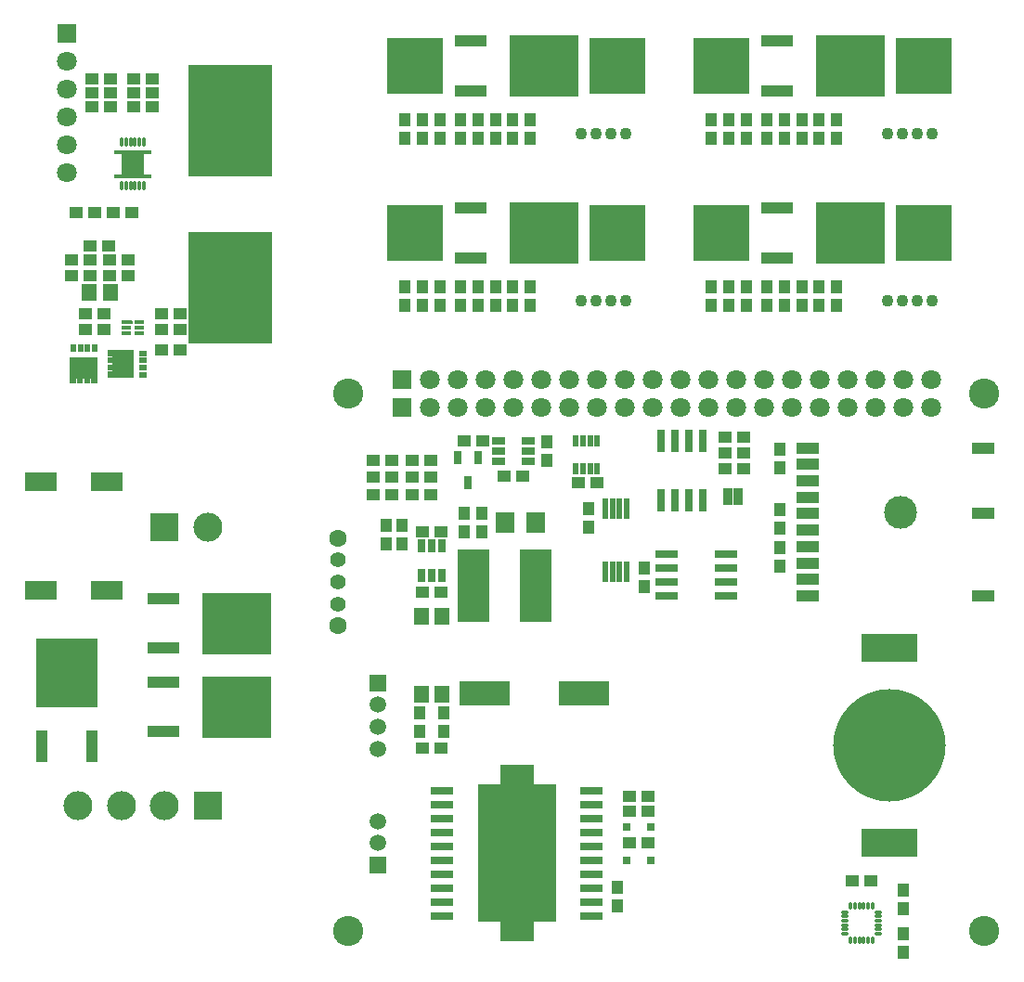
<source format=gts>
G04 DipTrace 3.0.0.1*
G04 panel.GTS*
%MOIN*%
G04 #@! TF.FileFunction,Soldermask,Top*
G04 #@! TF.Part,Single*
%AMOUTLINE1*
4,1,16,
-0.049252,0.04748,
0.049252,0.04748,
0.049252,-0.04748,
0.02752,-0.04748,
0.02752,-0.031339,
0.023661,-0.031339,
0.023661,-0.04748,
0.001929,-0.04748,
0.001929,-0.031339,
-0.001929,-0.031339,
-0.001929,-0.04748,
-0.023661,-0.04748,
-0.023661,-0.031339,
-0.02752,-0.031339,
-0.02752,-0.04748,
-0.049252,-0.04748,
-0.049252,0.04748,
0*%
%AMOUTLINE4*
4,1,16,
0.04748,0.049252,
0.04748,-0.049252,
-0.04748,-0.049252,
-0.04748,-0.02752,
-0.031339,-0.02752,
-0.031339,-0.023661,
-0.04748,-0.023661,
-0.04748,-0.001929,
-0.031339,-0.001929,
-0.031339,0.001929,
-0.04748,0.001929,
-0.04748,0.023661,
-0.031339,0.023661,
-0.031339,0.02752,
-0.04748,0.02752,
-0.04748,0.049252,
0.04748,0.049252,
0*%
%AMOUTLINE7*
4,1,12,
0.061063,0.246102,
0.139803,0.246102,
0.139803,-0.246102,
0.061063,-0.246102,
0.061063,-0.316969,
-0.061063,-0.316969,
-0.061063,-0.246102,
-0.139803,-0.246102,
-0.139803,0.246102,
-0.061063,0.246102,
-0.061063,0.316969,
0.061063,0.316969,
0.061063,0.246102,
0*%
%AMOUTLINE10*
4,1,12,
0.066969,0.050236,
0.066969,0.036378,
0.040394,0.036378,
0.040394,-0.036378,
0.066969,-0.036378,
0.066969,-0.050236,
-0.066969,-0.050236,
-0.066969,-0.036378,
-0.040394,-0.036378,
-0.040394,0.036378,
-0.066969,0.036378,
-0.066969,0.050236,
0.066969,0.050236,
0*%
%AMOUTLINE13*
4,1,5,
0.01874,-0.00752,
-0.01874,-0.00752,
-0.01874,0.00752,
0.013627,0.00752,
0.01874,0.002406,
0.01874,-0.00752,
0*%
%ADD80C,0.108268*%
%ADD81C,0.11811*%
%ADD91R,0.033543X0.015039*%
%ADD93O,0.01189X0.03748*%
%ADD95R,0.021732X0.043386*%
%ADD97R,0.019764X0.074882*%
%ADD99R,0.082756X0.043386*%
%ADD101O,0.031575X0.01189*%
%ADD103O,0.01189X0.031575*%
%ADD105R,0.027638X0.082756*%
%ADD107R,0.047323X0.027638*%
%ADD109R,0.082756X0.027638*%
%ADD111R,0.027638X0.047323*%
%ADD113C,0.063071*%
%ADD115C,0.055197*%
%ADD117R,0.028819X0.021732*%
%ADD119R,0.021732X0.028819*%
%ADD121R,0.22252X0.246142*%
%ADD123R,0.043386X0.112283*%
%ADD125R,0.029606X0.045354*%
%ADD127R,0.246142X0.22252*%
%ADD129R,0.112283X0.043386*%
%ADD133R,0.11622X0.263858*%
%ADD135R,0.034016X0.064016*%
%ADD137R,0.304016X0.404016*%
%ADD139C,0.070945*%
%ADD141R,0.070945X0.070945*%
%ADD143C,0.043386*%
%ADD145R,0.059134X0.059134*%
%ADD147C,0.059134*%
%ADD149C,0.104016*%
%ADD151R,0.104016X0.104016*%
%ADD153R,0.115039X0.065827*%
%ADD155R,0.027638X0.027638*%
%ADD157R,0.067008X0.074882*%
%ADD159R,0.055197X0.063071*%
%ADD161R,0.181181X0.086693*%
%ADD163R,0.043386X0.047323*%
%ADD165R,0.047323X0.043386*%
%ADD167R,0.204016X0.104016*%
%ADD169C,0.404016*%
%ADD175OUTLINE1*%
%ADD178OUTLINE4*%
%ADD181OUTLINE7*%
%ADD184OUTLINE10*%
%ADD187OUTLINE13*%
%FSLAX26Y26*%
G04*
G70*
G90*
G75*
G01*
G04 TopMask*
%LPD*%
D169*
X3573228Y1198130D3*
D167*
Y848130D3*
Y1548130D3*
D165*
X1962949Y1748126D3*
X1896020D3*
X2189783Y2166874D3*
X2256713D3*
D163*
X2691978Y1835630D3*
Y1768701D3*
X3623228Y610630D3*
Y677559D3*
Y523130D3*
Y456201D3*
D165*
X1962942Y1966825D3*
X1896013D3*
D163*
X3179621Y2260605D3*
Y2193676D3*
D165*
X3506693Y710630D3*
X3439764D3*
X2639764Y960630D3*
X2706693D3*
Y848130D3*
X2639764D3*
Y1016879D3*
X2706693D3*
D161*
X2121063Y1385630D3*
X2475394D3*
D159*
X1966885Y1660525D3*
X1892081D3*
D157*
X2304479Y1998131D3*
X2194243D3*
D163*
X2491979Y2048130D3*
Y1981201D3*
D165*
X1962945Y1188287D3*
X1896016D3*
X2523228Y2141881D3*
X2456299D3*
D163*
X3196640Y2845929D3*
Y2779000D3*
X2096640Y2845929D3*
Y2779000D3*
X3196640Y3445929D3*
Y3379000D3*
X2096640Y3445929D3*
Y3379000D3*
D165*
X860644Y3492459D3*
X927573D3*
X710647Y3592465D3*
X777576D3*
X785646Y3111213D3*
X852575D3*
X721324D3*
X654395D3*
X635646Y2942463D3*
X702575D3*
X840075D3*
X773146D3*
X704394Y2992463D3*
X771323D3*
X960646Y2692462D3*
X1027575D3*
X1721014Y2160631D3*
X1787944D3*
X1721014Y2223131D3*
X1787944D3*
D155*
X2629921Y904381D3*
X2716535D3*
Y785630D3*
X2629921D3*
D163*
X3179621Y1841811D3*
Y1908740D3*
D165*
X1721014Y2098131D3*
X1787944D3*
D163*
X2934140Y2845929D3*
Y2779000D3*
X3384140Y2845929D3*
Y2779000D3*
X1834140Y2845929D3*
Y2779000D3*
X2284140Y2845929D3*
Y2779000D3*
X2934140Y3445929D3*
Y3379000D3*
X3384140Y3445929D3*
Y3379000D3*
X1834140Y3445929D3*
Y3379000D3*
X2284140Y3445929D3*
Y3379000D3*
D153*
X525180Y1753938D3*
X525230Y2144490D3*
X762238D3*
X762287Y1753938D3*
D80*
X3914961Y531496D3*
X1631496Y2460630D3*
Y531496D3*
X3914961Y2460630D3*
D151*
X1127592Y980463D3*
D149*
X971686D3*
X815781D3*
X659875D3*
D147*
X1735728Y1343749D3*
D145*
Y1422490D3*
D147*
Y1265009D3*
Y1186269D3*
Y848130D3*
D145*
Y769390D3*
D147*
Y926870D3*
D151*
X971686Y1980463D3*
D149*
X1127592D3*
D143*
X3566916Y2793714D3*
X3620066D3*
X3673215D3*
X3726365D3*
X2466916D3*
X2520066D3*
X2573215D3*
X2626365D3*
X3566916Y3393714D3*
X3620066D3*
X3673215D3*
X3726365D3*
X2466916D3*
X2520066D3*
X2573215D3*
X2626365D3*
D141*
X619102Y3754963D3*
D139*
Y3654963D3*
Y3554963D3*
Y3454963D3*
Y3354963D3*
Y3254963D3*
D137*
X1206609Y3442463D3*
Y2842463D3*
D141*
X1823228Y2410630D3*
D139*
X1923228D3*
X2023228D3*
X2123228D3*
X2223228D3*
X2323228D3*
X2423228D3*
X2523228D3*
X2623228D3*
X2723228D3*
X2823228D3*
X2923228D3*
X3023228D3*
X3123228D3*
X3223228D3*
X3323228D3*
X3423228D3*
X3523228D3*
X3623228D3*
X3723228D3*
D141*
X1823228Y2510630D3*
D139*
X1923228D3*
X2023228D3*
X2123228D3*
X2223228D3*
X2323228D3*
X2423228D3*
X2523228D3*
X2623228D3*
X2723228D3*
X2823228D3*
X2923228D3*
X3023228D3*
X3123228D3*
X3223228D3*
X3323228D3*
X3423228D3*
X3523228D3*
X3623228D3*
X3723228D3*
D135*
X2992109Y2091833D3*
X3029609D3*
D133*
X2079478Y1773130D3*
X2301919D3*
D129*
X965879Y1426476D3*
Y1246949D3*
D127*
X1229659Y1336713D3*
D125*
X2098143Y2230874D3*
X2023340D3*
X2060741Y2140323D3*
D129*
X965879Y1726475D3*
Y1546948D3*
D127*
X1229659Y1636711D3*
D123*
X528970Y1196357D3*
X708497D3*
D121*
X618734Y1460136D3*
D129*
X3168786Y3127228D3*
Y2947701D3*
D127*
X3432566Y3037465D3*
D129*
X2068786Y3127228D3*
Y2947701D3*
D127*
X2332566Y3037465D3*
D129*
X3168786Y3727228D3*
Y3547701D3*
D127*
X3432566Y3637465D3*
D129*
X2068786Y3727228D3*
Y3547701D3*
D127*
X2332566Y3637465D3*
D119*
X719600Y2623959D3*
X694403D3*
X668812D3*
X643222D3*
D175*
X681608Y2544038D3*
D117*
X894354Y2529471D3*
Y2554668D3*
Y2580259D3*
Y2605849D3*
D178*
X814433Y2567463D3*
D163*
X2048240Y1964614D3*
Y2031543D3*
X2110747D3*
Y1964614D3*
X1766978Y1990059D3*
Y1923130D3*
X1823227D3*
Y1990059D3*
X3179621Y1979325D3*
Y2046255D3*
D165*
X1925444Y2098131D3*
X1858514D3*
D159*
X1966882Y1382037D3*
X1892079D3*
D163*
X2342009Y2220891D3*
Y2287820D3*
D165*
X2112927Y2291831D3*
X2045997D3*
X3050425Y2191885D3*
X2983496D3*
X3050575Y2304354D3*
X2983646D3*
X3050575Y2248098D3*
X2983646D3*
D163*
X1973230Y1248573D3*
Y1315503D3*
X1885730Y1248573D3*
Y1315503D3*
X2598228Y687844D3*
Y620915D3*
D165*
X1925444Y2160631D3*
X1858514D3*
X1925444Y2223131D3*
X1858514D3*
D163*
X3059140Y2845929D3*
Y2779000D3*
X3134140Y2845929D3*
Y2779000D3*
X3259140D3*
Y2845929D3*
X2996640D3*
Y2779000D3*
X3321640D3*
Y2845929D3*
X1959140D3*
Y2779000D3*
X2034140Y2845929D3*
Y2779000D3*
X2159140D3*
Y2845929D3*
X1896640D3*
Y2779000D3*
X2221640D3*
Y2845929D3*
X3059140Y3445929D3*
Y3379000D3*
X3134140Y3445929D3*
Y3379000D3*
X3259140D3*
Y3445929D3*
X2996640D3*
Y3379000D3*
X3321640D3*
Y3445929D3*
X1959140D3*
Y3379000D3*
X2034140Y3445929D3*
Y3379000D3*
X2159140D3*
Y3445929D3*
X1896640D3*
Y3379000D3*
X2221640D3*
Y3445929D3*
D165*
X927573Y3592462D3*
X860644D3*
X777576Y3542463D3*
X710647D3*
Y3492463D3*
X777576D3*
X927573Y3542461D3*
X860644D3*
D159*
X700457Y2823713D3*
X775260D3*
D165*
X702575Y2886211D3*
X635646D3*
X773146D3*
X840075D3*
X685644Y2692462D3*
X752573D3*
X1027575Y2617463D3*
X960646D3*
Y2748713D3*
X1027575D3*
X685644D3*
X752573D3*
D115*
X1591978Y1706890D3*
Y1785630D3*
Y1864370D3*
D113*
Y1628150D3*
Y1943110D3*
D111*
X1892083Y1807476D3*
X1929484D3*
X1966886D3*
Y1913776D3*
X1929484D3*
X1892083D3*
D109*
X2773228Y1885630D3*
Y1835630D3*
Y1785630D3*
Y1735630D3*
X2985827D3*
Y1785630D3*
Y1835630D3*
Y1885630D3*
D107*
X2276409Y2216953D3*
Y2254354D3*
Y2291756D3*
X2170110D3*
Y2254354D3*
Y2216953D3*
D105*
X2904478Y2291929D3*
X2854478D3*
X2804478D3*
X2754478D3*
Y2079331D3*
X2804478D3*
X2854478D3*
X2904478D3*
D103*
X3433858Y499606D3*
X3449606D3*
X3465354D3*
X3481102D3*
X3496850D3*
D101*
X3534252Y521260D3*
Y537008D3*
Y552756D3*
Y568504D3*
Y584252D3*
D103*
X3496850Y621654D3*
X3481102D3*
X3465354D3*
X3449606D3*
X3433858D3*
D101*
X3412205Y584252D3*
Y568504D3*
Y552756D3*
Y537008D3*
Y521260D3*
X3534252Y600000D3*
X3412205D3*
D103*
X3512598Y499606D3*
Y621654D3*
D99*
X3279631Y2266854D3*
Y2207799D3*
Y2148744D3*
Y2089689D3*
Y2030634D3*
Y1971579D3*
Y1912524D3*
Y1853469D3*
Y1794413D3*
Y1735358D3*
X3909552D3*
Y2030634D3*
Y2266854D3*
D81*
X3614277Y2034571D3*
D109*
X1968055Y1035451D3*
Y985451D3*
Y935451D3*
Y885451D3*
Y835451D3*
Y785451D3*
Y735451D3*
Y685451D3*
Y635451D3*
Y585451D3*
X2503488D3*
Y635451D3*
Y685451D3*
Y735451D3*
Y785451D3*
Y835451D3*
Y885451D3*
Y935451D3*
Y985451D3*
Y1035451D3*
D181*
X2235772Y810451D3*
D97*
X2553592Y1821457D3*
X2579182D3*
X2604773D3*
X2630364D3*
Y2049803D3*
X2604773D3*
X2579182D3*
X2553592D3*
D95*
X2447343Y2190698D3*
X2472933D3*
X2498524D3*
X2524114D3*
Y2293060D3*
X2498524D3*
X2472933D3*
X2447343D3*
D93*
X817239Y3208457D3*
X832987D3*
X848735D3*
X864483D3*
X880231D3*
X895979D3*
Y3363969D3*
X880231D3*
X864483D3*
X848735D3*
X832987D3*
X817239D3*
D184*
X856609Y3286213D3*
D187*
X835940Y2718398D3*
D91*
X833971Y2698713D3*
Y2679028D3*
X879247D3*
Y2698713D3*
Y2718398D3*
G36*
X2871640Y3137465D2*
X3071640D1*
Y2937465D1*
X2871640D1*
Y3137465D1*
G37*
G36*
X3596640D2*
X3796640D1*
Y2937465D1*
X3596640D1*
Y3137465D1*
G37*
G36*
X1771640D2*
X1971640D1*
Y2937465D1*
X1771640D1*
Y3137465D1*
G37*
G36*
X2496640D2*
X2696640D1*
Y2937465D1*
X2496640D1*
Y3137465D1*
G37*
G36*
X2871640Y3737465D2*
X3071640D1*
Y3537465D1*
X2871640D1*
Y3737465D1*
G37*
G36*
X3596640D2*
X3796640D1*
Y3537465D1*
X3596640D1*
Y3737465D1*
G37*
G36*
X1771640D2*
X1971640D1*
Y3537465D1*
X1771640D1*
Y3737465D1*
G37*
G36*
X2496640D2*
X2696640D1*
Y3537465D1*
X2496640D1*
Y3737465D1*
G37*
M02*

</source>
